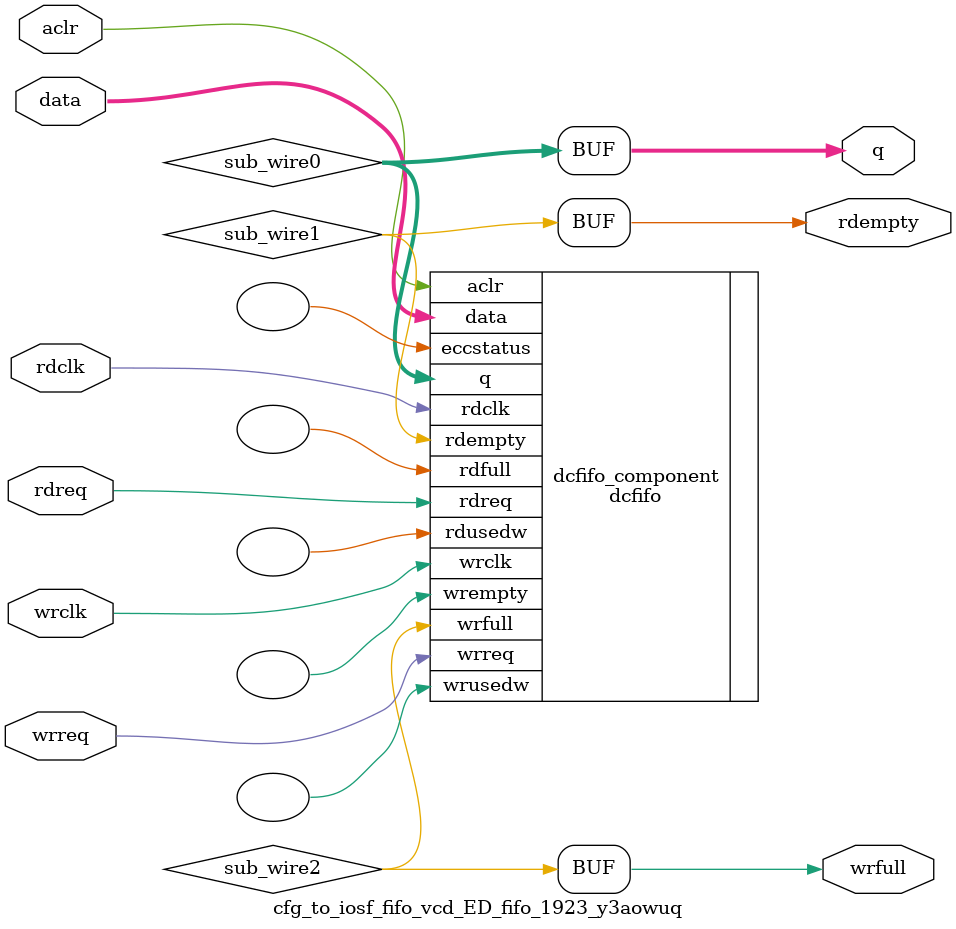
<source format=v>



`timescale 1 ps / 1 ps
// synopsys translate_on
module  cfg_to_iosf_fifo_vcd_ED_fifo_1923_y3aowuq  (
    aclr,
    data,
    rdclk,
    rdreq,
    wrclk,
    wrreq,
    q,
    rdempty,
    wrfull);

    input    aclr;
    input  [68:0]  data;
    input    rdclk;
    input    rdreq;
    input    wrclk;
    input    wrreq;
    output [68:0]  q;
    output   rdempty;
    output   wrfull;
`ifndef ALTERA_RESERVED_QIS
// synopsys translate_off
`endif
    tri0     aclr;
`ifndef ALTERA_RESERVED_QIS
// synopsys translate_on
`endif

    wire [68:0] sub_wire0;
    wire  sub_wire1;
    wire  sub_wire2;
    wire [68:0] q = sub_wire0[68:0];
    wire  rdempty = sub_wire1;
    wire  wrfull = sub_wire2;

    dcfifo  dcfifo_component (
                .aclr (aclr),
                .data (data),
                .rdclk (rdclk),
                .rdreq (rdreq),
                .wrclk (wrclk),
                .wrreq (wrreq),
                .q (sub_wire0),
                .rdempty (sub_wire1),
                .wrfull (sub_wire2),
                .eccstatus (),
                .rdfull (),
                .rdusedw (),
                .wrempty (),
                .wrusedw ());
    defparam
        dcfifo_component.enable_ecc  = "FALSE",
        dcfifo_component.intended_device_family  = "Agilex 7",
        dcfifo_component.lpm_hint  = "DISABLE_DCFIFO_EMBEDDED_TIMING_CONSTRAINT=TRUE",
        dcfifo_component.lpm_numwords  = 8,
        dcfifo_component.lpm_showahead  = "ON",
        dcfifo_component.lpm_type  = "dcfifo",
        dcfifo_component.lpm_width  = 69,
        dcfifo_component.lpm_widthu  = 3,
        dcfifo_component.overflow_checking  = "ON",
        dcfifo_component.rdsync_delaypipe  = 5,
        dcfifo_component.read_aclr_synch  = "OFF",
        dcfifo_component.underflow_checking  = "ON",
        dcfifo_component.use_eab  = "ON",
        dcfifo_component.write_aclr_synch  = "ON",
        dcfifo_component.wrsync_delaypipe  = 5;


endmodule



</source>
